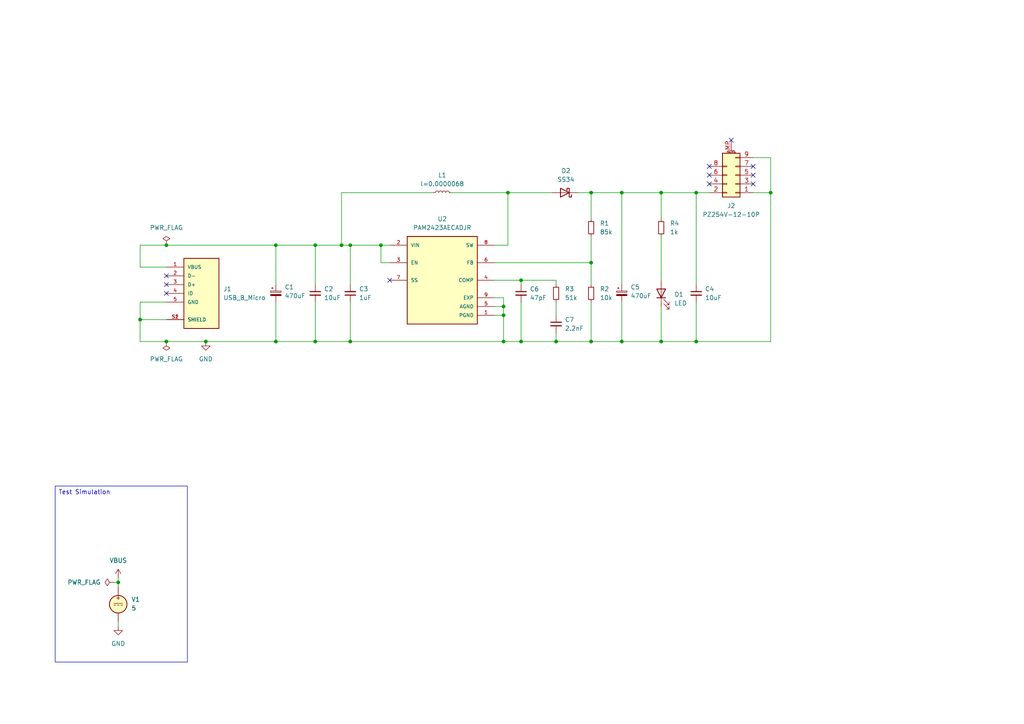
<source format=kicad_sch>
(kicad_sch (version 20231120) (generator "eeschema") (generator_version "8.0")
  (paper "A4")
  (title_block (title "5Twelve") (date "2024-12-13") (rev "0.4"))
  (lib_symbols
    (symbol "Connector_Generic_MountingPin:Conn_2Rows-09Pins_MountingPin" (pin_names (offset 1.016) hide)
      (property "Reference" "J" (at 1.27 7.62 0))
      (property "Value" "Conn_2Rows-09Pins_MountingPin" (at 2.54 -7.62 0))
      (symbol "Conn_2Rows-09Pins_MountingPin_1_1"
        (rectangle (start -1.27 -4.953) (end 0 -5.207) (stroke (width 0.1524)))
        (rectangle (start -1.27 -2.413) (end 0 -2.667) (stroke (width 0.1524)))
        (rectangle (start -1.27 0.127) (end 0 -0.127) (stroke (width 0.1524)))
        (rectangle (start -1.27 2.667) (end 0 2.413) (stroke (width 0.1524)))
        (rectangle (start -1.27 5.207) (end 0 4.953) (stroke (width 0.1524)))
        (rectangle (start -1.27 6.35) (end 3.81 -6.35) (stroke (width 0.254)) (fill (type background)))
        (polyline (pts (xy 0.254 -7.112) (xy 2.286 -7.112)) (stroke (width 0.1524)))
        (rectangle (start 3.81 -2.413) (end 2.54 -2.667) (stroke (width 0.1524)))
        (rectangle (start 3.81 0.127) (end 2.54 -0.127) (stroke (width 0.1524)))
        (rectangle (start 3.81 2.667) (end 2.54 2.413) (stroke (width 0.1524)))
        (rectangle (start 3.81 5.207) (end 2.54 4.953) (stroke (width 0.1524)))
        (text "Mounting" (at 1.27 -6.731 0) (effects (font (size 0.381 0.381))))
        (pin passive line (at -5.08 5.08 0) (length 3.81) (name "Pin_1") (number "1"))
        (pin passive line (at 7.62 5.08 180) (length 3.81) (name "Pin_2") (number "2"))
        (pin passive line (at -5.08 2.54 0) (length 3.81) (name "Pin_3") (number "3"))
        (pin passive line (at 7.62 2.54 180) (length 3.81) (name "Pin_4") (number "4"))
        (pin passive line (at -5.08 0 0) (length 3.81) (name "Pin_5") (number "5"))
        (pin passive line (at 7.62 0 180) (length 3.81) (name "Pin_6") (number "6"))
        (pin passive line (at -5.08 -2.54 0) (length 3.81) (name "Pin_7") (number "7"))
        (pin passive line (at 7.62 -2.54 180) (length 3.81) (name "Pin_8") (number "8"))
        (pin passive line (at -5.08 -5.08 0) (length 3.81) (name "Pin_9") (number "9"))
        (pin passive line (at 1.27 -10.16 90) (length 3.048) (name "MountPin") (number "MP"))
      )
    )
    (symbol "Device:C_Polarized_Small" (pin_numbers hide) (pin_names (offset 0.254) hide)
      (property "Reference" "C" (at 0.254 1.778 0))
      (property "Value" "C_Polarized_Small" (at 0.254 -2.032 0))
      (symbol "C_Polarized_Small_0_1"
        (rectangle (start -1.524 -0.3048) (end 1.524 -0.6858) (fill (type outline)))
        (rectangle (start -1.524 0.6858) (end 1.524 0.3048))
        (polyline (pts (xy -1.27 1.524) (xy -0.762 1.524)))
        (polyline (pts (xy -1.016 1.27) (xy -1.016 1.778)))
      )
      (symbol "C_Polarized_Small_1_1"
        (pin passive line (at 0 2.54 270) (length 1.8542) (name "~") (number "1"))
        (pin passive line (at 0 -2.54 90) (length 1.8542) (name "~") (number "2"))
      )
    )
    (symbol "Device:C_Small" (pin_numbers hide) (pin_names (offset 0.254) hide)
      (property "Reference" "C" (at 0.254 1.778 0))
      (property "Value" "C_Small" (at 0.254 -2.032 0))
      (symbol "C_Small_0_1"
        (polyline (pts (xy -1.524 -0.508) (xy 1.524 -0.508)) (stroke (width 0.3302)))
        (polyline (pts (xy -1.524 0.508) (xy 1.524 0.508)) (stroke (width 0.3048)))
      )
      (symbol "C_Small_1_1"
        (pin passive line (at 0 2.54 270) (length 2.032) (name "~") (number "1"))
        (pin passive line (at 0 -2.54 90) (length 2.032) (name "~") (number "2"))
      )
    )
    (symbol "Device:LED" (pin_numbers hide) (pin_names (offset 1.016) hide)
      (property "Reference" "D" (at 0 2.54 0))
      (property "Value" "LED" (at 0 -2.54 0))
      (symbol "LED_0_1"
        (polyline (pts (xy -1.27 -1.27) (xy -1.27 1.27)) (stroke (width 0.254)))
        (polyline (pts (xy -1.27 0) (xy 1.27 0)))
        (polyline (pts (xy 1.27 -1.27) (xy 1.27 1.27) (xy -1.27 0) (xy 1.27 -1.27)) (stroke (width 0.254)))
        (polyline (pts (xy -3.048 -0.762) (xy -4.572 -2.286) (xy -3.81 -2.286) (xy -4.572 -2.286) (xy -4.572 -1.524)))
        (polyline (pts (xy -1.778 -0.762) (xy -3.302 -2.286) (xy -2.54 -2.286) (xy -3.302 -2.286) (xy -3.302 -1.524)))
      )
      (symbol "LED_1_1"
        (pin passive line (at -3.81 0 0) (length 2.54) (name "K") (number "1"))
        (pin passive line (at 3.81 0 180) (length 2.54) (name "A") (number "2"))
      )
    )
    (symbol "Device:L_Small" (pin_numbers hide) (pin_names (offset 0.254) hide)
      (property "Reference" "L" (at 0.762 1.016 0))
      (property "Value" "L_Small" (at 0.762 -1.016 0))
      (symbol "L_Small_0_1"
        (arc (start 0 -2.032) (mid 0.5058 -1.524) (end 0 -1.016))
        (arc (start 0 -1.016) (mid 0.5058 -0.508) (end 0 0))
        (arc (start 0 0) (mid 0.5058 0.508) (end 0 1.016))
        (arc (start 0 1.016) (mid 0.5058 1.524) (end 0 2.032))
      )
      (symbol "L_Small_1_1"
        (pin passive line (at 0 2.54 270) (length 0.508) (name "~") (number "1"))
        (pin passive line (at 0 -2.54 90) (length 0.508) (name "~") (number "2"))
      )
    )
    (symbol "Device:R_Small" (pin_numbers hide) (pin_names (offset 0.254) hide)
      (property "Reference" "R" (at 0.762 0.508 0))
      (property "Value" "R_Small" (at 0.762 -1.016 0))
      (symbol "R_Small_0_1"
        (rectangle (start -0.762 1.778) (end 0.762 -1.778) (stroke (width 0.2032)))
      )
      (symbol "R_Small_1_1"
        (pin passive line (at 0 2.54 270) (length 0.762) (name "~") (number "1"))
        (pin passive line (at 0 -2.54 90) (length 0.762) (name "~") (number "2"))
      )
    )
    (symbol "Diode:B330" (pin_numbers hide) (pin_names (offset 1.016) hide)
      (property "Reference" "D" (at 0 2.54 0))
      (property "Value" "B330" (at 0 -2.54 0))
      (symbol "B330_0_1"
        (polyline (pts (xy 1.27 0) (xy -1.27 0)))
        (polyline (pts (xy 1.27 1.27) (xy 1.27 -1.27) (xy -1.27 0) (xy 1.27 1.27)) (stroke (width 0.254)))
        (polyline (pts (xy -1.905 0.635) (xy -1.905 1.27) (xy -1.27 1.27) (xy -1.27 -1.27) (xy -0.635 -1.27) (xy -0.635 -0.635)) (stroke (width 0.254)))
      )
      (symbol "B330_1_1"
        (pin passive line (at -3.81 0 0) (length 2.54) (name "K") (number "1"))
        (pin passive line (at 3.81 0 180) (length 2.54) (name "A") (number "2"))
      )
    )
    (symbol "PAM2423AECADJR:PAM2423AECADJR" (pin_names (offset 1.016))
      (property "Reference" "U" (at -10.16 13.462 0))
      (property "Value" "PAM2423AECADJR" (at -10.16 -15.24 0))
      (symbol "PAM2423AECADJR_0_0"
        (rectangle (start -10.16 -12.7) (end 10.16 12.7) (stroke (width 0.254)) (fill (type background)))
        (pin power_in line (at 15.24 -10.16 180) (length 5.08) (name "PGND") (number "1"))
        (pin input line (at -15.24 10.16 0) (length 5.08) (name "VIN") (number "2"))
        (pin input line (at -15.24 5.08 0) (length 5.08) (name "EN") (number "3"))
        (pin output line (at 15.24 0 180) (length 5.08) (name "COMP") (number "4"))
        (pin power_in line (at 15.24 -7.62 180) (length 5.08) (name "AGND") (number "5"))
        (pin input line (at 15.24 5.08 180) (length 5.08) (name "FB") (number "6"))
        (pin input line (at -15.24 0 0) (length 5.08) (name "SS") (number "7"))
        (pin output line (at 15.24 10.16 180) (length 5.08) (name "SW") (number "8"))
        (pin power_in line (at 15.24 -5.08 180) (length 5.08) (name "EXP") (number "9"))
      )
    )
    (symbol "Simulation_SPICE:VDC" (pin_numbers hide) (pin_names (offset 0.0254))
      (property "Reference" "V" (at 2.54 2.54 0))
      (property "Value" "1" (at 2.54 0 0))
      (symbol "VDC_0_0"
        (polyline (pts (xy -1.27 0.254) (xy 1.27 0.254)))
        (polyline (pts (xy -0.762 -0.254) (xy -1.27 -0.254)))
        (polyline (pts (xy 0.254 -0.254) (xy -0.254 -0.254)))
        (polyline (pts (xy 1.27 -0.254) (xy 0.762 -0.254)))
        (text "+" (at 0 1.905 0) (effects (font (size 1.27 1.27))))
      )
      (symbol "VDC_0_1"
        (circle (center 0 0) (radius 2.54) (stroke (width 0.254)) (fill (type background)))
      )
      (symbol "VDC_1_1"
        (pin passive line (at 0 5.08 270) (length 2.54) (name "~") (number "1"))
        (pin passive line (at 0 -5.08 90) (length 2.54) (name "~") (number "2"))
      )
    )
    (symbol "USB3140-30-0230-1-C_REVE1:USB3140-30-0230-1-C_REVE1" (pin_names (offset 1.016))
      (property "Reference" "J" (at -5.08 11.43 0))
      (property "Value" "USB3140-30-0230-1-C_REVE1" (at -5.08 -11.43 0))
      (symbol "USB3140-30-0230-1-C_REVE1_0_0"
        (rectangle (start -5.08 -10.16) (end 5.08 10.16) (stroke (width 0.254)) (fill (type background)))
        (pin power_in line (at -10.16 7.62 0) (length 5.08) (name "VBUS") (number "1"))
        (pin bidirectional line (at -10.16 5.08 0) (length 5.08) (name "D-") (number "2"))
        (pin bidirectional line (at -10.16 2.54 0) (length 5.08) (name "D+") (number "3"))
        (pin passive line (at -10.16 0 0) (length 5.08) (name "ID") (number "4"))
        (pin power_in line (at -10.16 -2.54 0) (length 5.08) (name "GND") (number "5"))
        (pin passive line (at -10.16 -7.62 0) (length 5.08) (name "SHIELD") (number "S1"))
        (pin passive line (at -10.16 -7.62 0) (length 5.08) (name "SHIELD") (number "S2"))
      )
    )
    (symbol "power:GND" (power) (pin_numbers hide) (pin_names (offset 0) hide)
      (property "Value" "GND" (at 0 -3.81 0))
      (symbol "GND_0_1"
        (polyline (pts (xy 0 0) (xy 0 -1.27) (xy 1.27 -1.27) (xy 0 -2.54) (xy -1.27 -1.27) (xy 0 -1.27)))
      )
      (symbol "GND_1_1"
        (pin power_in line (at 0 0 270) (length 0) (name "~") (number "1"))
      )
    )
    (symbol "power:PWR_FLAG" (power) (pin_numbers hide) (pin_names (offset 0) hide)
      (property "Value" "PWR_FLAG" (at 0 3.81 0))
      (symbol "PWR_FLAG_0_0"
        (pin power_out line (at 0 0 90) (length 0) (name "~") (number "1"))
      )
      (symbol "PWR_FLAG_0_1"
        (polyline (pts (xy 0 0) (xy 0 1.27) (xy -1.016 1.905) (xy 0 2.54) (xy 1.016 1.905) (xy 0 1.27)))
      )
    )
    (symbol "power:VBUS" (power) (pin_numbers hide) (pin_names (offset 0) hide)
      (property "Value" "VBUS" (at 0 3.556 0))
      (symbol "VBUS_0_1"
        (polyline (pts (xy -0.762 1.27) (xy 0 2.54)))
        (polyline (pts (xy 0 0) (xy 0 2.54)))
        (polyline (pts (xy 0 2.54) (xy 0.762 1.27)))
      )
      (symbol "VBUS_1_1"
        (pin power_in line (at 0 0 90) (length 0) (name "~") (number "1"))
      )
    )
  )
  (junction (at 99.06 71.12))
  (junction (at 48.26 99.06))
  (junction (at 201.93 55.88))
  (junction (at 171.45 55.88))
  (junction (at 151.13 99.06))
  (junction (at 146.05 88.9))
  (junction (at 80.01 71.12))
  (junction (at 223.52 55.88))
  (junction (at 101.6 99.06))
  (junction (at 191.77 55.88))
  (junction (at 180.34 55.88))
  (junction (at 146.05 91.44))
  (junction (at 161.29 99.06))
  (junction (at 40.64 92.71))
  (junction (at 171.45 99.06))
  (junction (at 146.05 99.06))
  (junction (at 171.45 76.2))
  (junction (at 151.13 81.28))
  (junction (at 101.6 71.12))
  (junction (at 191.77 99.06))
  (junction (at 91.44 71.12))
  (junction (at 110.49 71.12))
  (junction (at 91.44 99.06))
  (junction (at 48.26 71.12))
  (junction (at 147.32 55.88))
  (junction (at 201.93 99.06))
  (junction (at 59.69 99.06))
  (junction (at 80.01 99.06))
  (junction (at 180.34 99.06))
  (junction (at 34.29 168.91))
  (no_connect (at 212.09 40.64))
  (no_connect (at 205.74 50.8))
  (no_connect (at 205.74 53.34))
  (no_connect (at 48.26 85.09))
  (no_connect (at 48.26 80.01))
  (no_connect (at 113.03 81.28))
  (no_connect (at 218.44 50.8))
  (no_connect (at 205.74 48.26))
  (no_connect (at 48.26 82.55))
  (no_connect (at 218.44 53.34))
  (no_connect (at 218.44 48.26))
  (wire (pts (xy 40.64 99.06) (xy 48.26 99.06)))
  (wire (pts (xy 143.51 71.12) (xy 147.32 71.12)))
  (wire (pts (xy 147.32 55.88) (xy 160.02 55.88)))
  (wire (pts (xy 171.45 55.88) (xy 171.45 63.5)))
  (wire (pts (xy 101.6 99.06) (xy 146.05 99.06)))
  (wire (pts (xy 180.34 55.88) (xy 191.77 55.88)))
  (wire (pts (xy 91.44 99.06) (xy 101.6 99.06)))
  (wire (pts (xy 80.01 87.63) (xy 80.01 99.06)))
  (wire (pts (xy 167.64 55.88) (xy 171.45 55.88)))
  (wire (pts (xy 201.93 55.88) (xy 205.74 55.88)))
  (wire (pts (xy 151.13 81.28) (xy 161.29 81.28)))
  (wire (pts (xy 91.44 71.12) (xy 99.06 71.12)))
  (wire (pts (xy 171.45 99.06) (xy 180.34 99.06)))
  (wire (pts (xy 143.51 91.44) (xy 146.05 91.44)))
  (wire (pts (xy 143.51 86.36) (xy 146.05 86.36)))
  (wire (pts (xy 191.77 99.06) (xy 201.93 99.06)))
  (wire (pts (xy 151.13 87.63) (xy 151.13 99.06)))
  (wire (pts (xy 59.69 99.06) (xy 80.01 99.06)))
  (wire (pts (xy 191.77 55.88) (xy 191.77 63.5)))
  (wire (pts (xy 33.02 168.91) (xy 34.29 168.91)))
  (wire (pts (xy 143.51 81.28) (xy 151.13 81.28)))
  (wire (pts (xy 40.64 92.71) (xy 48.26 92.71)))
  (wire (pts (xy 151.13 81.28) (xy 151.13 82.55)))
  (wire (pts (xy 40.64 92.71) (xy 40.64 99.06)))
  (wire (pts (xy 223.52 55.88) (xy 223.52 45.72)))
  (wire (pts (xy 110.49 71.12) (xy 113.03 71.12)))
  (wire (pts (xy 143.51 76.2) (xy 171.45 76.2)))
  (wire (pts (xy 101.6 87.63) (xy 101.6 99.06)))
  (wire (pts (xy 201.93 87.63) (xy 201.93 99.06)))
  (wire (pts (xy 201.93 99.06) (xy 223.52 99.06)))
  (wire (pts (xy 48.26 99.06) (xy 59.69 99.06)))
  (wire (pts (xy 171.45 87.63) (xy 171.45 99.06)))
  (wire (pts (xy 113.03 76.2) (xy 110.49 76.2)))
  (wire (pts (xy 143.51 88.9) (xy 146.05 88.9)))
  (wire (pts (xy 34.29 180.34) (xy 34.29 181.61)))
  (wire (pts (xy 91.44 71.12) (xy 91.44 82.55)))
  (wire (pts (xy 161.29 87.63) (xy 161.29 91.44)))
  (wire (pts (xy 161.29 96.52) (xy 161.29 99.06)))
  (wire (pts (xy 40.64 77.47) (xy 40.64 71.12)))
  (wire (pts (xy 99.06 55.88) (xy 99.06 71.12)))
  (wire (pts (xy 171.45 76.2) (xy 171.45 82.55)))
  (wire (pts (xy 80.01 99.06) (xy 91.44 99.06)))
  (wire (pts (xy 223.52 55.88) (xy 223.52 99.06)))
  (wire (pts (xy 191.77 68.58) (xy 191.77 81.28)))
  (wire (pts (xy 99.06 71.12) (xy 101.6 71.12)))
  (wire (pts (xy 180.34 99.06) (xy 191.77 99.06)))
  (wire (pts (xy 91.44 87.63) (xy 91.44 99.06)))
  (wire (pts (xy 146.05 86.36) (xy 146.05 88.9)))
  (wire (pts (xy 171.45 76.2) (xy 171.45 68.58)))
  (wire (pts (xy 171.45 55.88) (xy 180.34 55.88)))
  (wire (pts (xy 146.05 99.06) (xy 151.13 99.06)))
  (wire (pts (xy 146.05 91.44) (xy 146.05 99.06)))
  (wire (pts (xy 101.6 71.12) (xy 101.6 82.55)))
  (wire (pts (xy 218.44 55.88) (xy 223.52 55.88)))
  (wire (pts (xy 40.64 87.63) (xy 40.64 92.71)))
  (wire (pts (xy 151.13 99.06) (xy 161.29 99.06)))
  (wire (pts (xy 130.81 55.88) (xy 147.32 55.88)))
  (wire (pts (xy 48.26 71.12) (xy 80.01 71.12)))
  (wire (pts (xy 34.29 168.91) (xy 34.29 170.18)))
  (wire (pts (xy 80.01 71.12) (xy 80.01 82.55)))
  (wire (pts (xy 191.77 88.9) (xy 191.77 99.06)))
  (wire (pts (xy 223.52 45.72) (xy 218.44 45.72)))
  (wire (pts (xy 80.01 71.12) (xy 91.44 71.12)))
  (wire (pts (xy 161.29 82.55) (xy 161.29 81.28)))
  (wire (pts (xy 34.29 167.64) (xy 34.29 168.91)))
  (wire (pts (xy 48.26 87.63) (xy 40.64 87.63)))
  (wire (pts (xy 191.77 55.88) (xy 201.93 55.88)))
  (wire (pts (xy 48.26 77.47) (xy 40.64 77.47)))
  (wire (pts (xy 40.64 71.12) (xy 48.26 71.12)))
  (wire (pts (xy 180.34 87.63) (xy 180.34 99.06)))
  (wire (pts (xy 110.49 76.2) (xy 110.49 71.12)))
  (wire (pts (xy 201.93 55.88) (xy 201.93 82.55)))
  (wire (pts (xy 161.29 99.06) (xy 171.45 99.06)))
  (wire (pts (xy 101.6 71.12) (xy 110.49 71.12)))
  (wire (pts (xy 147.32 71.12) (xy 147.32 55.88)))
  (wire (pts (xy 146.05 88.9) (xy 146.05 91.44)))
  (wire (pts (xy 99.06 55.88) (xy 125.73 55.88)))
  (wire (pts (xy 180.34 55.88) (xy 180.34 82.55)))
  (text_box "Test Simulation" (at 16.002 140.97 0) (size 38.354 51.054) (effects (font (size 1.27 1.27)) (justify left top)))
  (symbol (lib_id "power:PWR_FLAG") (at 33.02 168.91 90) (unit 1)
    (property "Reference" "#FLG03" (effects (hide yes)))
    (property "Value" "PWR_FLAG" (at 29.21 168.9099 90) (effects (justify left)))
    (property "Description" "Special symbol for telling ERC where power comes from" (effects (hide yes)))
  )
  (symbol (lib_id "Device:C_Small") (at 151.13 85.09 0) (unit 1)
    (property "Reference" "C6" (at 153.67 83.8262 0) (effects (justify left)))
    (property "Value" "47pF" (at 153.67 86.3662 0) (effects (justify left)))
    (property "Footprint" "Capacitor_SMD:C_0603_1608Metric" (effects (hide yes)))
    (property "Datasheet" "https://www.yageo.com/en/Chart/Download/pdf/CC0603JRNPO8BN470" (effects (hide yes)))
    (property "Description" "25V 47pF NP0 ±5% 0603 Multilayer Ceramic Capacitors MLCC - SMD/SMT ROHS" (effects (hide yes)))
    (property "MF" "YAGEO" (effects (hide yes)))
    (property "MP" "CC0603JRNPO8BN470" (effects (hide yes)))
    (property "LCSC" "C519392" (effects (hide yes)))
    (property "Sim.Device" "C" (effects (hide yes)))
    (property "Sim.Pins" "1=+ 2=-" (effects (hide yes)))
    (property "Price" "0.0028" (effects (hide yes)))
  )
  (symbol (lib_id "USB3140-30-0230-1-C_REVE1:USB3140-30-0230-1-C_REVE1") (at 58.42 85.09 0) (unit 1)
    (property "Reference" "J1" (at 64.77 83.8199 0) (effects (justify left)))
    (property "Value" "USB_B_Micro" (at 64.77 86.3599 0) (effects (justify left)))
    (property "Footprint" "USB3140-30-0230-1-C_REVE1:GCT_USB3140-30-0230-1-C_REVE1" (effects (hide yes)))
    (property "Datasheet" "https://www.lcsc.com/datasheet/lcsc_datasheet_2312062054_Global-Connector-Technology-USB3140-30-0230-1-C_C6007483.pdf" (effects (hide yes)))
    (property "Description" "USB - micro B USB 2.0 Receptacle Connector 5 Position Surface Mount, Through Hole" (effects (hide yes)))
    (property "MF" "Global Connector Technology" (effects (hide yes)))
    (property "MP" "USB3140-30-0230-1-C" (effects (hide yes)))
    (property "Price" "0.6094" (effects (hide yes)))
    (property "LCSC" "C6007483" (effects (hide yes)))
    (property "Sim.Device" "V" (effects (hide yes)))
    (property "Sim.Type" "DC" (effects (hide yes)))
    (property "Sim.Pins" "1=+ 2=-" (effects (hide yes)))
    (property "Sim.Params" "dc=5" (effects (hide yes)))
  )
  (symbol (lib_id "power:PWR_FLAG") (at 48.26 99.06 180) (unit 1)
    (property "Reference" "#FLG02" (effects (hide yes)))
    (property "Value" "PWR_FLAG" (at 48.26 104.14 0))
    (property "Description" "Special symbol for telling ERC where power comes from" (effects (hide yes)))
  )
  (symbol (lib_id "power:PWR_FLAG") (at 48.26 71.12 0) (unit 1)
    (property "Reference" "#FLG01" (effects (hide yes)))
    (property "Value" "PWR_FLAG" (at 48.26 66.04 0))
    (property "Description" "Special symbol for telling ERC where power comes from" (effects (hide yes)))
  )
  (symbol (lib_id "Device:LED") (at 191.77 85.09 90) (unit 1)
    (property "Reference" "D1" (at 195.58 85.4074 90) (effects (justify right)))
    (property "Value" "LED" (at 195.58 87.9474 90) (effects (justify right)))
    (property "Footprint" "LED_SMD:LED_0603_1608Metric" (effects (hide yes)))
    (property "Datasheet" "https://www.lcsc.com/datasheet/lcsc_datasheet_2411220722_Vishay-Intertech-VLMW1300-GS08_C413463.pdf" (effects (hide yes)))
    (property "Description" "5mA 112.5mcd -20℃~+80℃ White 130° 70mW 2.93V 0603 LED Indication - Discrete ROHS" (effects (hide yes)))
    (property "MF" "Vishay Intertech" (effects (hide yes)))
    (property "MP" "VLMW1300-GS08" (effects (hide yes)))
    (property "LCSC" "C413463" (effects (hide yes)))
    (property "Price" "0.17" (effects (hide yes)))
    (property "Sim.Library" "VLMW1300-GS08\\VLMW1300-GS08.lib" (effects (hide yes)))
    (property "Sim.Name" "VLMW1300-GS08" (effects (hide yes)))
    (property "Sim.Device" "SUBCKT" (effects (hide yes)))
    (property "Sim.Pins" "1=A 2=K" (effects (hide yes)))
  )
  (symbol (lib_id "Device:C_Small") (at 91.44 85.09 0) (unit 1)
    (property "Reference" "C2" (at 93.98 83.8262 0) (effects (justify left)))
    (property "Value" "10uF" (at 93.98 86.3662 0) (effects (justify left)))
    (property "Footprint" "Capacitor_SMD:C_0603_1608Metric" (effects (hide yes)))
    (property "Datasheet" "https://www.yageo.com/en/Chart/Download/pdf/CC0603MRX5R8BB106" (effects (hide yes)))
    (property "Description" "25V 10uF X5R ±20% 0603 Multilayer Ceramic Capacitors MLCC - SMD/SMT ROHS" (effects (hide yes)))
    (property "MF" "YAGEO" (effects (hide yes)))
    (property "MP" "CC0603MRX5R8BB106" (effects (hide yes)))
    (property "LCSC" "C596327" (effects (hide yes)))
    (property "Sim.Device" "C" (effects (hide yes)))
    (property "Sim.Pins" "1=+ 2=-" (effects (hide yes)))
    (property "Price" "0.0462" (effects (hide yes)))
  )
  (symbol (lib_id "Device:R_Small") (at 171.45 85.09 0) (unit 1)
    (property "Reference" "R2" (at 173.99 83.8199 0) (effects (justify left)))
    (property "Value" "10k" (at 173.99 86.3599 0) (effects (justify left)))
    (property "Footprint" "Resistor_SMD:R_0603_1608Metric" (effects (hide yes)))
    (property "Sim.Device" "R" (effects (hide yes)))
    (property "Sim.Pins" "1=+ 2=-" (effects (hide yes)))
  )
  (symbol (lib_id "PAM2423AECADJR:PAM2423AECADJR") (at 128.27 81.28 0) (unit 1)
    (property "Reference" "U2" (at 128.27 63.5 0))
    (property "Value" "PAM2423AECADJR" (at 128.27 66.04 0))
    (property "Footprint" "PAM2423:SOIC127P600X163-9N" (effects (hide yes)))
    (property "Datasheet" "https://www.diodes.com/datasheet/download/PAM2423.pdf" (effects (hide yes)))
    (property "Description" "Boost Switching Regulator IC Positive Adjustable 2.7V 1 Output 5.5A (Switch) 8-SOIC (0.154, 3.90mm Width) Exposed Pad" (effects (hide yes)))
    (property "MF" "Diodes Inc." (effects (hide yes)))
    (property "Package" "SOIC-8 Diodes Inc." (effects (hide yes)))
    (property "Price" "None" (effects (hide yes)))
    (property "STANDARD" "IPC 7351B" (effects (hide yes)))
    (property "MP" "PAM2423AECADJR" (effects (hide yes)))
    (property "Sim.Library" "PAM2423\\PAM2423AECADJR.lib" (effects (hide yes)))
    (property "Sim.Name" "PAM2423AECADJR" (effects (hide yes)))
    (property "Sim.Device" "SUBCKT" (effects (hide yes)))
    (property "Sim.Pins" "1=IN 2=OUT 3=FB 4=SS 5=COMP 6=EN 7=GND" (effects (hide yes)))
  )
  (symbol (lib_id "Device:R_Small") (at 191.77 66.04 0) (unit 1)
    (property "Reference" "R4" (at 194.31 64.7699 0) (effects (justify left)))
    (property "Value" "1k" (at 194.31 67.3099 0) (effects (justify left)))
    (property "Footprint" "Resistor_SMD:R_0603_1608Metric" (effects (hide yes)))
  )
  (symbol (lib_id "Device:C_Polarized_Small") (at 80.01 85.09 0) (unit 1)
    (property "Reference" "C1" (at 82.55 83.2738 0) (effects (justify left)))
    (property "Value" "470uF" (at 82.55 85.8138 0) (effects (justify left)))
    (property "Footprint" "Capacitor_SMD:C_Elec_8x10.2" (effects (hide yes)))
    (property "Datasheet" "https://industrial.panasonic.com/cdbs/www-data/pdf/RDE0000/ABA0000C1151.pdf" (effects (hide yes)))
    (property "Description" "470uF 16V 340mA@120Hz ±20% SMD,D8xL10.2mm Aluminum Electrolytic Capacitors - SMD ROHS" (effects (hide yes)))
    (property "MF" "PANASONIC" (effects (hide yes)))
    (property "MP" "EEEHA1C471UP" (effects (hide yes)))
    (property "LCSC" "C161936" (effects (hide yes)))
    (property "Price" "0.3003" (effects (hide yes)))
    (property "Sim.Device" "C" (effects (hide yes)))
    (property "Sim.Pins" "1=+ 2=-" (effects (hide yes)))
  )
  (symbol (lib_id "Simulation_SPICE:VDC") (at 34.29 175.26 0) (unit 1) (in_bom no) (on_board no)
    (property "Reference" "V1" (at 38.1 173.8601 0) (effects (justify left)))
    (property "Value" "5" (at 38.1 176.4001 0) (effects (justify left)))
    (property "Datasheet" "https://ngspice.sourceforge.io/docs/ngspice-html-manual/manual.xhtml#sec_Independent_Sources_for" (effects (hide yes)))
    (property "Description" "Voltage source, DC" (effects (hide yes)))
    (property "Sim.Pins" "1=+ 2=-" (effects (hide yes)))
    (property "Sim.Type" "DC" (effects (hide yes)))
    (property "Sim.Device" "V" (effects (hide yes)))
  )
  (symbol (lib_id "Device:C_Small") (at 101.6 85.09 180) (unit 1)
    (property "Reference" "C3" (at 104.14 83.8135 0) (effects (justify right)))
    (property "Value" "1uF" (at 104.14 86.3535 0) (effects (justify right)))
    (property "Footprint" "Capacitor_SMD:C_0603_1608Metric" (effects (hide yes)))
    (property "Datasheet" "https://www.yageo.com/en/Chart/Download/pdf/CC0603KRX5R8BB105" (effects (hide yes)))
    (property "Description" "25V 1uF X5R ±10% 0603 Multilayer Ceramic Capacitors MLCC - SMD/SMT ROHS" (effects (hide yes)))
    (property "MF" "YAGEO" (effects (hide yes)))
    (property "MP" "CC0603KRX5R8BB105" (effects (hide yes)))
    (property "LCSC" "C14664" (effects (hide yes)))
    (property "Price" "0.0052" (effects (hide yes)))
  )
  (symbol (lib_id "Device:R_Small") (at 171.45 66.04 180) (unit 1)
    (property "Reference" "R1" (at 173.99 64.7699 0) (effects (justify right)))
    (property "Value" "85k" (at 173.99 67.3099 0) (effects (justify right)))
    (property "Footprint" "Resistor_SMD:R_0603_1608Metric" (effects (hide yes)))
  )
  (symbol (lib_id "Device:C_Polarized_Small") (at 180.34 85.09 0) (unit 1)
    (property "Reference" "C5" (at 182.88 83.2738 0) (effects (justify left)))
    (property "Value" "470uF" (at 182.88 85.8138 0) (effects (justify left)))
    (property "Footprint" "Capacitor_SMD:C_Elec_8x10.2" (effects (hide yes)))
    (property "Datasheet" "https://industrial.panasonic.com/cdbs/www-data/pdf/RDE0000/ABA0000C1151.pdf" (effects (hide yes)))
    (property "Description" "470uF 16V 340mA@120Hz ±20% SMD,D8xL10.2mm Aluminum Electrolytic Capacitors - SMD ROHS" (effects (hide yes)))
    (property "MF" "PANASONIC" (effects (hide yes)))
    (property "MP" "EEEHA1C471UP" (effects (hide yes)))
    (property "LCSC" "C161936" (effects (hide yes)))
    (property "Price" "0.3003" (effects (hide yes)))
    (property "Sim.Device" "C" (effects (hide yes)))
    (property "Sim.Pins" "1=+ 2=-" (effects (hide yes)))
  )
  (symbol (lib_id "Diode:B330") (at 163.83 55.88 180) (unit 1)
    (property "Reference" "D2" (at 164.1475 49.53 0))
    (property "Value" "SS34" (at 164.1475 52.07 0))
    (property "Footprint" "Diode_SMD:D_SMC" (effects (hide yes)))
    (property "Datasheet" "https://www.vishay.com/docs/88751/ss32.pdf" (effects (hide yes)))
    (property "Description" "40V 3A 500mV@3A DO-214AB(SMC) Schottky Diodes ROHS" (effects (hide yes)))
    (property "MF" "Vishay Intertech" (effects (hide yes)))
    (property "MP" "SS34-E3/9AT" (effects (hide yes)))
    (property "LSCS" "C3008890" (effects (hide yes)))
    (property "Price" "0.2248" (effects (hide yes)))
    (property "Sim.Device" "D" (effects (hide yes)))
    (property "Sim.Pins" "1=A 2=K" (effects (hide yes)))
    (property "Sim.Params" "is=3" (effects (hide yes)))
  )
  (symbol (lib_id "Device:C_Small") (at 161.29 93.98 0) (unit 1)
    (property "Reference" "C7" (at 163.83 92.7162 0) (effects (justify left)))
    (property "Value" "2.2nF" (at 163.83 95.2562 0) (effects (justify left)))
    (property "Footprint" "Capacitor_SMD:C_0603_1608Metric" (effects (hide yes)))
    (property "Datasheet" "https://www.yageo.com/en/Chart/Download/pdf/CC0603JRNPO8BN222" (effects (hide yes)))
    (property "Description" "25V 2.2nF NP0 ±5% 0603 Multilayer Ceramic Capacitors MLCC - SMD/SMT ROHS" (effects (hide yes)))
    (property "MF" "YAGEO" (effects (hide yes)))
    (property "MP" "CC0603JRNPO8BN222" (effects (hide yes)))
    (property "LCSC" "C309471" (effects (hide yes)))
    (property "Sim.Device" "C" (effects (hide yes)))
    (property "Sim.Pins" "1=+ 2=-" (effects (hide yes)))
    (property "Price" "0.0078" (effects (hide yes)))
  )
  (symbol (lib_id "Device:L_Small") (at 128.27 55.88 90) (unit 1)
    (property "Reference" "L1" (at 128.27 50.8 90))
    (property "Value" "${SIM.PARAMS}" (at 128.27 53.34 90))
    (property "Footprint" "Inductor_SMD:L_0603_1608Metric" (effects (hide yes)))
    (property "Datasheet" "https://www.sunlordinc.com/uploads/files/20240806/en/SDFL%20Series%20of%20Multilayer%20Chip%20Ferrite%20Inductor.pdf" (effects (hide yes)))
    (property "Description" "Inductor, small symbol" (effects (hide yes)))
    (property "MF" "Sunlord" (effects (hide yes)))
    (property "Price" "0.0103" (effects (hide yes)))
    (property "MP" "SDFL1608S6R8MTF" (effects (hide yes)))
    (property "LCSC" "C279872" (effects (hide yes)))
    (property "Sim.Device" "L" (effects (hide yes)))
    (property "Sim.Pins" "1=+ 2=-" (effects (hide yes)))
    (property "Sim.Params" "l=0.0000068" (effects (hide yes)))
  )
  (symbol (lib_id "power:GND") (at 59.69 99.06 0) (unit 1)
    (property "Reference" "#PWR01" (effects (hide yes)))
    (property "Value" "GND" (at 59.69 104.14 0))
    (property "Description" "Power symbol creates a global label with name \"GND\" , ground" (effects (hide yes)))
  )
  (symbol (lib_id "Device:C_Small") (at 201.93 85.09 0) (unit 1)
    (property "Reference" "C4" (at 204.47 83.8262 0) (effects (justify left)))
    (property "Value" "10uF" (at 204.47 86.3662 0) (effects (justify left)))
    (property "Footprint" "Capacitor_SMD:C_0603_1608Metric" (effects (hide yes)))
    (property "Datasheet" "https://www.yageo.com/en/Chart/Download/pdf/CC0603MRX5R8BB106" (effects (hide yes)))
    (property "Description" "25V 10uF X5R ±20% 0603 Multilayer Ceramic Capacitors MLCC - SMD/SMT ROHS" (effects (hide yes)))
    (property "MF" "YAGEO" (effects (hide yes)))
    (property "MP" "CC0603MRX5R8BB106" (effects (hide yes)))
    (property "LCSC" "C596327" (effects (hide yes)))
    (property "Sim.Device" "C" (effects (hide yes)))
    (property "Sim.Pins" "1=+ 2=-" (effects (hide yes)))
    (property "Price" "0.0462" (effects (hide yes)))
  )
  (symbol (lib_id "power:VBUS") (at 34.29 167.64 0) (unit 1)
    (property "Reference" "#PWR03" (effects (hide yes)))
    (property "Value" "VBUS" (at 34.29 162.56 0))
    (property "Description" "Power symbol creates a global label with name \"VBUS\"" (effects (hide yes)))
  )
  (symbol (lib_id "Connector_Generic_MountingPin:Conn_2Rows-09Pins_MountingPin") (at 213.36 50.8 180) (unit 1)
    (property "Reference" "J2" (at 212.09 59.69 0))
    (property "Value" "PZ254V-12-10P" (at 212.09 62.23 0))
    (property "Footprint" "Connector_PinHeader_2.54mm:PinHeader_2x05_P2.54mm_Vertical" (effects (hide yes)))
    (property "Datasheet" "https://www.lcsc.com/datasheet/lcsc_datasheet_2409302300_XFCN-PZ254V-12-10P_C492422.pdf" (effects (hide yes)))
    (property "Description" "Direct Insert Policy 2.5mm 10P 6mm -40℃~+105℃ 3mm 2.54mm Double Row Black Brass 2x5P 2.54mm Plugin,P=2.54mm Pin Headers ROHS" (effects (hide yes)))
    (property "MF" "XFCN" (effects (hide yes)))
    (property "Package" "Plugin,P=2.54mm" (effects (hide yes)))
    (property "Price" "0.052" (effects (hide yes)))
    (property "MP" "TSW-105-23-F-D-010" (effects (hide yes)))
    (property "MANUFACTURER" "XFCN" (effects (hide yes)))
    (property "LCSC" "C492422" (effects (hide yes)))
    (property "Sim.Library" "PZ254V-12-10P\\PZ254V-12-10P.lib" (effects (hide yes)))
    (property "Sim.Name" "J2" (effects (hide yes)))
    (property "Sim.Device" "SUBCKT" (effects (hide yes)))
    (property "Sim.Pins" "1=1 2=2 3=3 4=4 5=5 6=6 7=7 8=8 9=9" (effects (hide yes)))
  )
  (symbol (lib_id "power:GND") (at 34.29 181.61 0) (unit 1)
    (property "Reference" "#PWR02" (effects (hide yes)))
    (property "Value" "GND" (at 34.29 186.69 0))
    (property "Description" "Power symbol creates a global label with name \"GND\" , ground" (effects (hide yes)))
  )
  (symbol (lib_id "Device:R_Small") (at 161.29 85.09 0) (unit 1)
    (property "Reference" "R3" (at 163.83 83.8199 0) (effects (justify left)))
    (property "Value" "51k" (at 163.83 86.3599 0) (effects (justify left)))
    (property "Footprint" "Resistor_SMD:R_0603_1608Metric" (effects (hide yes)))
    (property "Sim.Device" "R" (effects (hide yes)))
    (property "Sim.Pins" "1=+ 2=-" (effects (hide yes)))
  )
)
</source>
